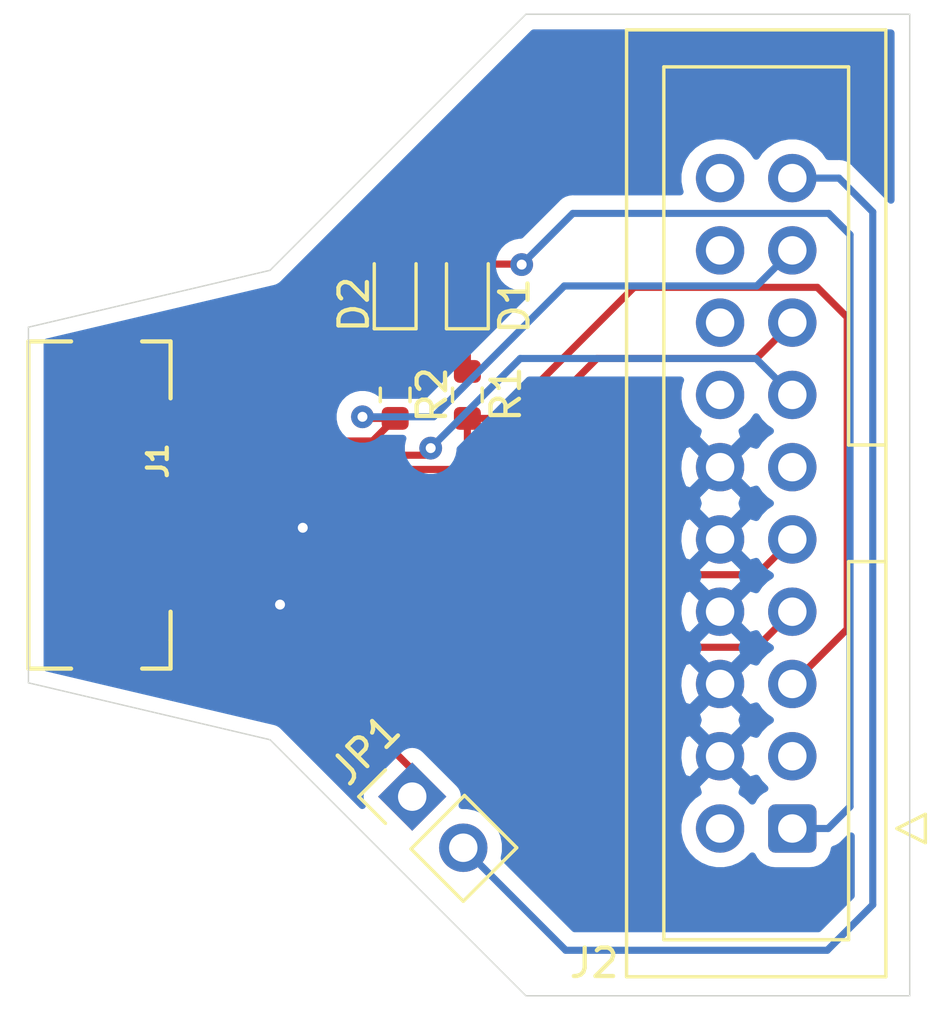
<source format=kicad_pcb>
(kicad_pcb (version 20171130) (host pcbnew "(5.1.10)-1")

  (general
    (thickness 0.2)
    (drawings 9)
    (tracks 75)
    (zones 0)
    (modules 7)
    (nets 13)
  )

  (page A4)
  (layers
    (0 F.Cu signal)
    (31 B.Cu signal)
    (32 B.Adhes user)
    (33 F.Adhes user)
    (34 B.Paste user)
    (35 F.Paste user)
    (36 B.SilkS user)
    (37 F.SilkS user)
    (38 B.Mask user)
    (39 F.Mask user)
    (40 Dwgs.User user)
    (41 Cmts.User user)
    (42 Eco1.User user)
    (43 Eco2.User user)
    (44 Edge.Cuts user)
    (45 Margin user)
    (46 B.CrtYd user hide)
    (47 F.CrtYd user hide)
    (48 B.Fab user hide)
    (49 F.Fab user hide)
  )

  (setup
    (last_trace_width 0.25)
    (user_trace_width 0.25)
    (user_trace_width 0.5)
    (trace_clearance 0.15)
    (zone_clearance 0.508)
    (zone_45_only no)
    (trace_min 0.1524)
    (via_size 0.8)
    (via_drill 0.35)
    (via_min_size 0.35)
    (via_min_drill 0.15)
    (uvia_size 0.25)
    (uvia_drill 0.1)
    (uvias_allowed no)
    (uvia_min_size 0.2)
    (uvia_min_drill 0.1)
    (edge_width 0.25)
    (segment_width 0.1)
    (pcb_text_width 0.2)
    (pcb_text_size 1 1)
    (mod_edge_width 0.15)
    (mod_text_size 0.5 0.5)
    (mod_text_width 0.1)
    (pad_size 1.524 1.524)
    (pad_drill 0.762)
    (pad_to_mask_clearance 0)
    (aux_axis_origin 0 0)
    (visible_elements FFFFFF7F)
    (pcbplotparams
      (layerselection 0x010fc_ffffffff)
      (usegerberextensions false)
      (usegerberattributes true)
      (usegerberadvancedattributes true)
      (creategerberjobfile true)
      (excludeedgelayer true)
      (linewidth 0.100000)
      (plotframeref false)
      (viasonmask false)
      (mode 1)
      (useauxorigin false)
      (hpglpennumber 1)
      (hpglpenspeed 20)
      (hpglpendiameter 15.000000)
      (psnegative false)
      (psa4output false)
      (plotreference true)
      (plotvalue true)
      (plotinvisibletext false)
      (padsonsilk false)
      (subtractmaskfromsilk false)
      (outputformat 1)
      (mirror false)
      (drillshape 0)
      (scaleselection 1)
      (outputdirectory "Gerbers/"))
  )

  (net 0 "")
  (net 1 VDD)
  (net 2 "Net-(D1-Pad1)")
  (net 3 "Net-(D2-Pad1)")
  (net 4 TXO)
  (net 5 SWO)
  (net 6 RXI)
  (net 7 RESET)
  (net 8 GND)
  (net 9 SWDCLK)
  (net 10 SWDIO)
  (net 11 +BATT)
  (net 12 +5V)

  (net_class Default "This is the default net class."
    (clearance 0.15)
    (trace_width 0.25)
    (via_dia 0.8)
    (via_drill 0.35)
    (uvia_dia 0.25)
    (uvia_drill 0.1)
    (add_net +5V)
    (add_net +BATT)
    (add_net GND)
    (add_net "Net-(D1-Pad1)")
    (add_net "Net-(D2-Pad1)")
    (add_net RESET)
    (add_net RXI)
    (add_net SWDCLK)
    (add_net SWDIO)
    (add_net SWO)
    (add_net TXO)
    (add_net VDD)
  )

  (net_class Antenna ""
    (clearance 0.15)
    (trace_width 0.5)
    (via_dia 0.5)
    (via_drill 0.15)
    (uvia_dia 0.25)
    (uvia_drill 0.1)
  )

  (module Pixels-dice:JUSHUO_FPC_14 (layer F.Cu) (tedit 60C41A75) (tstamp 60C45963)
    (at 133.25 101.1 270)
    (path /60C48710)
    (attr smd)
    (fp_text reference J1 (at -1.55 -0.4 90) (layer F.SilkS)
      (effects (font (size 0.7 0.7) (thickness 0.15)))
    )
    (fp_text value Conn_01x14_Female (at 2.5 -2 90) (layer F.Fab) hide
      (effects (font (size 0.7 0.7) (thickness 0.15)))
    )
    (fp_line (start 5.75 -0.85) (end 5.75 0.15) (layer F.SilkS) (width 0.15))
    (fp_line (start 4.75 -0.85) (end 5.75 -0.85) (layer F.SilkS) (width 0.15))
    (fp_line (start 3.75 -0.85) (end 4.75 -0.85) (layer F.SilkS) (width 0.15))
    (fp_line (start -5.75 -0.85) (end -5.75 0.15) (layer F.SilkS) (width 0.15))
    (fp_line (start -3.75 -0.85) (end -5.75 -0.85) (layer F.SilkS) (width 0.15))
    (fp_line (start 5.75 4.15) (end 5.75 2.65) (layer F.SilkS) (width 0.15))
    (fp_line (start -5.75 4.15) (end 5.75 4.15) (layer F.SilkS) (width 0.15))
    (fp_line (start -5.75 2.65) (end -5.75 4.15) (layer F.SilkS) (width 0.15))
    (pad 1 smd rect (at -3.25 -1.35 270) (size 0.3 1.3) (layers F.Cu F.Paste F.Mask)
      (net 1 VDD))
    (pad 2 smd rect (at -2.75 -1.35 270) (size 0.3 1.3) (layers F.Cu F.Paste F.Mask)
      (net 1 VDD))
    (pad 3 smd rect (at -2.25 -1.35 270) (size 0.3 1.3) (layers F.Cu F.Paste F.Mask)
      (net 4 TXO))
    (pad 4 smd rect (at -1.75 -1.35 270) (size 0.3 1.3) (layers F.Cu F.Paste F.Mask)
      (net 5 SWO))
    (pad 5 smd rect (at -1.25 -1.35 270) (size 0.3 1.3) (layers F.Cu F.Paste F.Mask)
      (net 6 RXI))
    (pad 6 smd rect (at -0.75 -1.35 270) (size 0.3 1.3) (layers F.Cu F.Paste F.Mask)
      (net 7 RESET))
    (pad 7 smd rect (at -0.25 -1.35 270) (size 0.3 1.3) (layers F.Cu F.Paste F.Mask)
      (net 8 GND))
    (pad 8 smd rect (at 0.25 -1.35 270) (size 0.3 1.3) (layers F.Cu F.Paste F.Mask)
      (net 8 GND))
    (pad 9 smd rect (at 0.75 -1.35 270) (size 0.3 1.3) (layers F.Cu F.Paste F.Mask)
      (net 9 SWDCLK))
    (pad 10 smd rect (at 1.25 -1.35 270) (size 0.3 1.3) (layers F.Cu F.Paste F.Mask)
      (net 10 SWDIO))
    (pad 11 smd rect (at 1.75 -1.35 270) (size 0.3 1.3) (layers F.Cu F.Paste F.Mask)
      (net 8 GND))
    (pad 12 smd rect (at 2.25 -1.35 270) (size 0.3 1.3) (layers F.Cu F.Paste F.Mask)
      (net 8 GND))
    (pad 13 smd rect (at 2.75 -1.35 270) (size 0.3 1.3) (layers F.Cu F.Paste F.Mask)
      (net 11 +BATT))
    (pad 14 smd rect (at 3.25 -1.35 270) (size 0.3 1.3) (layers F.Cu F.Paste F.Mask)
      (net 11 +BATT))
    (pad 15 smd rect (at -4.95 1.35 270) (size 2 1.6) (layers F.Cu F.Paste F.Mask))
    (pad 16 smd rect (at 4.95 1.35 270) (size 2 1.6) (layers F.Cu F.Paste F.Mask))
  )

  (module Connector_IDC:IDC-Header_2x10_P2.54mm_Vertical (layer F.Cu) (tedit 5EAC9A07) (tstamp 60C4598D)
    (at 155.97 112.47 180)
    (descr "Through hole IDC box header, 2x10, 2.54mm pitch, DIN 41651 / IEC 60603-13, double rows, https://docs.google.com/spreadsheets/d/16SsEcesNF15N3Lb4niX7dcUr-NY5_MFPQhobNuNppn4/edit#gid=0")
    (tags "Through hole vertical IDC box header THT 2x10 2.54mm double row")
    (path /60C58B1B)
    (fp_text reference J2 (at 6.97 -4.73) (layer F.SilkS)
      (effects (font (size 1 1) (thickness 0.15)))
    )
    (fp_text value Conn_02x10_Odd_Even (at 1.27 28.96) (layer F.Fab)
      (effects (font (size 1 1) (thickness 0.15)))
    )
    (fp_text user %R (at 1.27 11.43 90) (layer F.Fab)
      (effects (font (size 1 1) (thickness 0.15)))
    )
    (fp_line (start -3.18 -4.1) (end -2.18 -5.1) (layer F.Fab) (width 0.1))
    (fp_line (start -2.18 -5.1) (end 5.72 -5.1) (layer F.Fab) (width 0.1))
    (fp_line (start 5.72 -5.1) (end 5.72 27.96) (layer F.Fab) (width 0.1))
    (fp_line (start 5.72 27.96) (end -3.18 27.96) (layer F.Fab) (width 0.1))
    (fp_line (start -3.18 27.96) (end -3.18 -4.1) (layer F.Fab) (width 0.1))
    (fp_line (start -3.18 9.38) (end -1.98 9.38) (layer F.Fab) (width 0.1))
    (fp_line (start -1.98 9.38) (end -1.98 -3.91) (layer F.Fab) (width 0.1))
    (fp_line (start -1.98 -3.91) (end 4.52 -3.91) (layer F.Fab) (width 0.1))
    (fp_line (start 4.52 -3.91) (end 4.52 26.77) (layer F.Fab) (width 0.1))
    (fp_line (start 4.52 26.77) (end -1.98 26.77) (layer F.Fab) (width 0.1))
    (fp_line (start -1.98 26.77) (end -1.98 13.48) (layer F.Fab) (width 0.1))
    (fp_line (start -1.98 13.48) (end -1.98 13.48) (layer F.Fab) (width 0.1))
    (fp_line (start -1.98 13.48) (end -3.18 13.48) (layer F.Fab) (width 0.1))
    (fp_line (start -3.29 -5.21) (end 5.83 -5.21) (layer F.SilkS) (width 0.12))
    (fp_line (start 5.83 -5.21) (end 5.83 28.07) (layer F.SilkS) (width 0.12))
    (fp_line (start 5.83 28.07) (end -3.29 28.07) (layer F.SilkS) (width 0.12))
    (fp_line (start -3.29 28.07) (end -3.29 -5.21) (layer F.SilkS) (width 0.12))
    (fp_line (start -3.29 9.38) (end -1.98 9.38) (layer F.SilkS) (width 0.12))
    (fp_line (start -1.98 9.38) (end -1.98 -3.91) (layer F.SilkS) (width 0.12))
    (fp_line (start -1.98 -3.91) (end 4.52 -3.91) (layer F.SilkS) (width 0.12))
    (fp_line (start 4.52 -3.91) (end 4.52 26.77) (layer F.SilkS) (width 0.12))
    (fp_line (start 4.52 26.77) (end -1.98 26.77) (layer F.SilkS) (width 0.12))
    (fp_line (start -1.98 26.77) (end -1.98 13.48) (layer F.SilkS) (width 0.12))
    (fp_line (start -1.98 13.48) (end -1.98 13.48) (layer F.SilkS) (width 0.12))
    (fp_line (start -1.98 13.48) (end -3.29 13.48) (layer F.SilkS) (width 0.12))
    (fp_line (start -3.68 0) (end -4.68 -0.5) (layer F.SilkS) (width 0.12))
    (fp_line (start -4.68 -0.5) (end -4.68 0.5) (layer F.SilkS) (width 0.12))
    (fp_line (start -4.68 0.5) (end -3.68 0) (layer F.SilkS) (width 0.12))
    (fp_line (start -3.68 -5.6) (end -3.68 28.46) (layer F.CrtYd) (width 0.05))
    (fp_line (start -3.68 28.46) (end 6.22 28.46) (layer F.CrtYd) (width 0.05))
    (fp_line (start 6.22 28.46) (end 6.22 -5.6) (layer F.CrtYd) (width 0.05))
    (fp_line (start 6.22 -5.6) (end -3.68 -5.6) (layer F.CrtYd) (width 0.05))
    (pad 20 thru_hole circle (at 2.54 22.86 180) (size 1.7 1.7) (drill 1) (layers *.Cu *.Mask))
    (pad 18 thru_hole circle (at 2.54 20.32 180) (size 1.7 1.7) (drill 1) (layers *.Cu *.Mask))
    (pad 16 thru_hole circle (at 2.54 17.78 180) (size 1.7 1.7) (drill 1) (layers *.Cu *.Mask))
    (pad 14 thru_hole circle (at 2.54 15.24 180) (size 1.7 1.7) (drill 1) (layers *.Cu *.Mask))
    (pad 12 thru_hole circle (at 2.54 12.7 180) (size 1.7 1.7) (drill 1) (layers *.Cu *.Mask)
      (net 8 GND))
    (pad 10 thru_hole circle (at 2.54 10.16 180) (size 1.7 1.7) (drill 1) (layers *.Cu *.Mask)
      (net 8 GND))
    (pad 8 thru_hole circle (at 2.54 7.62 180) (size 1.7 1.7) (drill 1) (layers *.Cu *.Mask)
      (net 8 GND))
    (pad 6 thru_hole circle (at 2.54 5.08 180) (size 1.7 1.7) (drill 1) (layers *.Cu *.Mask)
      (net 8 GND))
    (pad 4 thru_hole circle (at 2.54 2.54 180) (size 1.7 1.7) (drill 1) (layers *.Cu *.Mask)
      (net 8 GND))
    (pad 2 thru_hole circle (at 2.54 0 180) (size 1.7 1.7) (drill 1) (layers *.Cu *.Mask))
    (pad 19 thru_hole circle (at 0 22.86 180) (size 1.7 1.7) (drill 1) (layers *.Cu *.Mask)
      (net 12 +5V))
    (pad 17 thru_hole circle (at 0 20.32 180) (size 1.7 1.7) (drill 1) (layers *.Cu *.Mask)
      (net 4 TXO))
    (pad 15 thru_hole circle (at 0 17.78 180) (size 1.7 1.7) (drill 1) (layers *.Cu *.Mask)
      (net 7 RESET))
    (pad 13 thru_hole circle (at 0 15.24 180) (size 1.7 1.7) (drill 1) (layers *.Cu *.Mask)
      (net 5 SWO))
    (pad 11 thru_hole circle (at 0 12.7 180) (size 1.7 1.7) (drill 1) (layers *.Cu *.Mask))
    (pad 9 thru_hole circle (at 0 10.16 180) (size 1.7 1.7) (drill 1) (layers *.Cu *.Mask)
      (net 9 SWDCLK))
    (pad 7 thru_hole circle (at 0 7.62 180) (size 1.7 1.7) (drill 1) (layers *.Cu *.Mask)
      (net 10 SWDIO))
    (pad 5 thru_hole circle (at 0 5.08 180) (size 1.7 1.7) (drill 1) (layers *.Cu *.Mask)
      (net 6 RXI))
    (pad 3 thru_hole circle (at 0 2.54 180) (size 1.7 1.7) (drill 1) (layers *.Cu *.Mask))
    (pad 1 thru_hole roundrect (at 0 0 180) (size 1.7 1.7) (drill 1) (layers *.Cu *.Mask) (roundrect_rratio 0.1470588235294118)
      (net 1 VDD))
    (model ${KISYS3DMOD}/Connector_IDC.3dshapes/IDC-Header_2x10_P2.54mm_Vertical.wrl
      (at (xyz 0 0 0))
      (scale (xyz 1 1 1))
      (rotate (xyz 0 0 0))
    )
  )

  (module Resistor_SMD:R_0603_1608Metric (layer F.Cu) (tedit 5F68FEEE) (tstamp 60C459C5)
    (at 142 97.23 270)
    (descr "Resistor SMD 0603 (1608 Metric), square (rectangular) end terminal, IPC_7351 nominal, (Body size source: IPC-SM-782 page 72, https://www.pcb-3d.com/wordpress/wp-content/uploads/ipc-sm-782a_amendment_1_and_2.pdf), generated with kicad-footprint-generator")
    (tags resistor)
    (path /60C55148)
    (attr smd)
    (fp_text reference R2 (at 0 -1.3 90) (layer F.SilkS)
      (effects (font (size 1 1) (thickness 0.15)))
    )
    (fp_text value 100 (at 0 1.43 90) (layer F.Fab)
      (effects (font (size 1 1) (thickness 0.15)))
    )
    (fp_text user %R (at 0 0 90) (layer F.Fab)
      (effects (font (size 0.4 0.4) (thickness 0.06)))
    )
    (fp_line (start -0.8 0.4125) (end -0.8 -0.4125) (layer F.Fab) (width 0.1))
    (fp_line (start -0.8 -0.4125) (end 0.8 -0.4125) (layer F.Fab) (width 0.1))
    (fp_line (start 0.8 -0.4125) (end 0.8 0.4125) (layer F.Fab) (width 0.1))
    (fp_line (start 0.8 0.4125) (end -0.8 0.4125) (layer F.Fab) (width 0.1))
    (fp_line (start -0.237258 -0.5225) (end 0.237258 -0.5225) (layer F.SilkS) (width 0.12))
    (fp_line (start -0.237258 0.5225) (end 0.237258 0.5225) (layer F.SilkS) (width 0.12))
    (fp_line (start -1.48 0.73) (end -1.48 -0.73) (layer F.CrtYd) (width 0.05))
    (fp_line (start -1.48 -0.73) (end 1.48 -0.73) (layer F.CrtYd) (width 0.05))
    (fp_line (start 1.48 -0.73) (end 1.48 0.73) (layer F.CrtYd) (width 0.05))
    (fp_line (start 1.48 0.73) (end -1.48 0.73) (layer F.CrtYd) (width 0.05))
    (pad 2 smd roundrect (at 0.825 0 270) (size 0.8 0.95) (layers F.Cu F.Paste F.Mask) (roundrect_rratio 0.25)
      (net 4 TXO))
    (pad 1 smd roundrect (at -0.825 0 270) (size 0.8 0.95) (layers F.Cu F.Paste F.Mask) (roundrect_rratio 0.25)
      (net 3 "Net-(D2-Pad1)"))
    (model ${KISYS3DMOD}/Resistor_SMD.3dshapes/R_0603_1608Metric.wrl
      (at (xyz 0 0 0))
      (scale (xyz 1 1 1))
      (rotate (xyz 0 0 0))
    )
  )

  (module Resistor_SMD:R_0603_1608Metric (layer F.Cu) (tedit 5F68FEEE) (tstamp 60C459B4)
    (at 144.54 97.23 270)
    (descr "Resistor SMD 0603 (1608 Metric), square (rectangular) end terminal, IPC_7351 nominal, (Body size source: IPC-SM-782 page 72, https://www.pcb-3d.com/wordpress/wp-content/uploads/ipc-sm-782a_amendment_1_and_2.pdf), generated with kicad-footprint-generator")
    (tags resistor)
    (path /60C54AFA)
    (attr smd)
    (fp_text reference R1 (at -0.03 -1.36 90) (layer F.SilkS)
      (effects (font (size 1 1) (thickness 0.15)))
    )
    (fp_text value 100 (at 0 1.43 90) (layer F.Fab)
      (effects (font (size 1 1) (thickness 0.15)))
    )
    (fp_text user %R (at 0 0 90) (layer F.Fab)
      (effects (font (size 0.4 0.4) (thickness 0.06)))
    )
    (fp_line (start -0.8 0.4125) (end -0.8 -0.4125) (layer F.Fab) (width 0.1))
    (fp_line (start -0.8 -0.4125) (end 0.8 -0.4125) (layer F.Fab) (width 0.1))
    (fp_line (start 0.8 -0.4125) (end 0.8 0.4125) (layer F.Fab) (width 0.1))
    (fp_line (start 0.8 0.4125) (end -0.8 0.4125) (layer F.Fab) (width 0.1))
    (fp_line (start -0.237258 -0.5225) (end 0.237258 -0.5225) (layer F.SilkS) (width 0.12))
    (fp_line (start -0.237258 0.5225) (end 0.237258 0.5225) (layer F.SilkS) (width 0.12))
    (fp_line (start -1.48 0.73) (end -1.48 -0.73) (layer F.CrtYd) (width 0.05))
    (fp_line (start -1.48 -0.73) (end 1.48 -0.73) (layer F.CrtYd) (width 0.05))
    (fp_line (start 1.48 -0.73) (end 1.48 0.73) (layer F.CrtYd) (width 0.05))
    (fp_line (start 1.48 0.73) (end -1.48 0.73) (layer F.CrtYd) (width 0.05))
    (pad 2 smd roundrect (at 0.825 0 270) (size 0.8 0.95) (layers F.Cu F.Paste F.Mask) (roundrect_rratio 0.25)
      (net 6 RXI))
    (pad 1 smd roundrect (at -0.825 0 270) (size 0.8 0.95) (layers F.Cu F.Paste F.Mask) (roundrect_rratio 0.25)
      (net 2 "Net-(D1-Pad1)"))
    (model ${KISYS3DMOD}/Resistor_SMD.3dshapes/R_0603_1608Metric.wrl
      (at (xyz 0 0 0))
      (scale (xyz 1 1 1))
      (rotate (xyz 0 0 0))
    )
  )

  (module Connector_PinHeader_2.54mm:PinHeader_1x02_P2.54mm_Vertical (layer F.Cu) (tedit 59FED5CC) (tstamp 60C45DFE)
    (at 142.6 111.35 45)
    (descr "Through hole straight pin header, 1x02, 2.54mm pitch, single row")
    (tags "Through hole pin header THT 1x02 2.54mm single row")
    (path /60C79A3D)
    (fp_text reference JP1 (at 0 -2.33 45) (layer F.SilkS)
      (effects (font (size 1 1) (thickness 0.15)))
    )
    (fp_text value Jumper (at 0 4.87 45) (layer F.Fab)
      (effects (font (size 1 1) (thickness 0.15)))
    )
    (fp_text user %R (at 0 1.27 135) (layer F.Fab)
      (effects (font (size 1 1) (thickness 0.15)))
    )
    (fp_line (start -0.635 -1.27) (end 1.27 -1.27) (layer F.Fab) (width 0.1))
    (fp_line (start 1.27 -1.27) (end 1.27 3.81) (layer F.Fab) (width 0.1))
    (fp_line (start 1.27 3.81) (end -1.27 3.81) (layer F.Fab) (width 0.1))
    (fp_line (start -1.27 3.81) (end -1.27 -0.635) (layer F.Fab) (width 0.1))
    (fp_line (start -1.27 -0.635) (end -0.635 -1.27) (layer F.Fab) (width 0.1))
    (fp_line (start -1.33 3.87) (end 1.33 3.87) (layer F.SilkS) (width 0.12))
    (fp_line (start -1.33 1.27) (end -1.33 3.87) (layer F.SilkS) (width 0.12))
    (fp_line (start 1.33 1.27) (end 1.33 3.87) (layer F.SilkS) (width 0.12))
    (fp_line (start -1.33 1.27) (end 1.33 1.27) (layer F.SilkS) (width 0.12))
    (fp_line (start -1.33 0) (end -1.33 -1.33) (layer F.SilkS) (width 0.12))
    (fp_line (start -1.33 -1.33) (end 0 -1.33) (layer F.SilkS) (width 0.12))
    (fp_line (start -1.8 -1.8) (end -1.8 4.35) (layer F.CrtYd) (width 0.05))
    (fp_line (start -1.8 4.35) (end 1.8 4.35) (layer F.CrtYd) (width 0.05))
    (fp_line (start 1.8 4.35) (end 1.8 -1.8) (layer F.CrtYd) (width 0.05))
    (fp_line (start 1.8 -1.8) (end -1.8 -1.8) (layer F.CrtYd) (width 0.05))
    (pad 2 thru_hole oval (at 0 2.54 45) (size 1.7 1.7) (drill 1) (layers *.Cu *.Mask)
      (net 12 +5V))
    (pad 1 thru_hole rect (at 0 0 45) (size 1.7 1.7) (drill 1) (layers *.Cu *.Mask)
      (net 11 +BATT))
    (model ${KISYS3DMOD}/Connector_PinHeader_2.54mm.3dshapes/PinHeader_1x02_P2.54mm_Vertical.wrl
      (at (xyz 0 0 0))
      (scale (xyz 1 1 1))
      (rotate (xyz 0 0 0))
    )
  )

  (module Diode_SMD:D_0603_1608Metric (layer F.Cu) (tedit 5F68FEF0) (tstamp 60C45947)
    (at 142 93.42 90)
    (descr "Diode SMD 0603 (1608 Metric), square (rectangular) end terminal, IPC_7351 nominal, (Body size source: http://www.tortai-tech.com/upload/download/2011102023233369053.pdf), generated with kicad-footprint-generator")
    (tags diode)
    (path /60C54117)
    (attr smd)
    (fp_text reference D2 (at -0.63 -1.45 90) (layer F.SilkS)
      (effects (font (size 1 1) (thickness 0.15)))
    )
    (fp_text value LED (at 0 1.43 90) (layer F.Fab)
      (effects (font (size 1 1) (thickness 0.15)))
    )
    (fp_text user %R (at 0 0 90) (layer F.Fab)
      (effects (font (size 0.4 0.4) (thickness 0.06)))
    )
    (fp_line (start 0.8 -0.4) (end -0.5 -0.4) (layer F.Fab) (width 0.1))
    (fp_line (start -0.5 -0.4) (end -0.8 -0.1) (layer F.Fab) (width 0.1))
    (fp_line (start -0.8 -0.1) (end -0.8 0.4) (layer F.Fab) (width 0.1))
    (fp_line (start -0.8 0.4) (end 0.8 0.4) (layer F.Fab) (width 0.1))
    (fp_line (start 0.8 0.4) (end 0.8 -0.4) (layer F.Fab) (width 0.1))
    (fp_line (start 0.8 -0.735) (end -1.485 -0.735) (layer F.SilkS) (width 0.12))
    (fp_line (start -1.485 -0.735) (end -1.485 0.735) (layer F.SilkS) (width 0.12))
    (fp_line (start -1.485 0.735) (end 0.8 0.735) (layer F.SilkS) (width 0.12))
    (fp_line (start -1.48 0.73) (end -1.48 -0.73) (layer F.CrtYd) (width 0.05))
    (fp_line (start -1.48 -0.73) (end 1.48 -0.73) (layer F.CrtYd) (width 0.05))
    (fp_line (start 1.48 -0.73) (end 1.48 0.73) (layer F.CrtYd) (width 0.05))
    (fp_line (start 1.48 0.73) (end -1.48 0.73) (layer F.CrtYd) (width 0.05))
    (pad 2 smd roundrect (at 0.7875 0 90) (size 0.875 0.95) (layers F.Cu F.Paste F.Mask) (roundrect_rratio 0.25)
      (net 1 VDD))
    (pad 1 smd roundrect (at -0.7875 0 90) (size 0.875 0.95) (layers F.Cu F.Paste F.Mask) (roundrect_rratio 0.25)
      (net 3 "Net-(D2-Pad1)"))
    (model ${KISYS3DMOD}/Diode_SMD.3dshapes/D_0603_1608Metric.wrl
      (at (xyz 0 0 0))
      (scale (xyz 1 1 1))
      (rotate (xyz 0 0 0))
    )
  )

  (module Diode_SMD:D_0603_1608Metric (layer F.Cu) (tedit 5F68FEF0) (tstamp 60C45934)
    (at 144.54 93.42 90)
    (descr "Diode SMD 0603 (1608 Metric), square (rectangular) end terminal, IPC_7351 nominal, (Body size source: http://www.tortai-tech.com/upload/download/2011102023233369053.pdf), generated with kicad-footprint-generator")
    (tags diode)
    (path /60C53E7E)
    (attr smd)
    (fp_text reference D1 (at -0.68 1.66 90) (layer F.SilkS)
      (effects (font (size 1 1) (thickness 0.15)))
    )
    (fp_text value LED (at 0 1.43 90) (layer F.Fab)
      (effects (font (size 1 1) (thickness 0.15)))
    )
    (fp_text user %R (at 0 0 90) (layer F.Fab)
      (effects (font (size 0.4 0.4) (thickness 0.06)))
    )
    (fp_line (start 0.8 -0.4) (end -0.5 -0.4) (layer F.Fab) (width 0.1))
    (fp_line (start -0.5 -0.4) (end -0.8 -0.1) (layer F.Fab) (width 0.1))
    (fp_line (start -0.8 -0.1) (end -0.8 0.4) (layer F.Fab) (width 0.1))
    (fp_line (start -0.8 0.4) (end 0.8 0.4) (layer F.Fab) (width 0.1))
    (fp_line (start 0.8 0.4) (end 0.8 -0.4) (layer F.Fab) (width 0.1))
    (fp_line (start 0.8 -0.735) (end -1.485 -0.735) (layer F.SilkS) (width 0.12))
    (fp_line (start -1.485 -0.735) (end -1.485 0.735) (layer F.SilkS) (width 0.12))
    (fp_line (start -1.485 0.735) (end 0.8 0.735) (layer F.SilkS) (width 0.12))
    (fp_line (start -1.48 0.73) (end -1.48 -0.73) (layer F.CrtYd) (width 0.05))
    (fp_line (start -1.48 -0.73) (end 1.48 -0.73) (layer F.CrtYd) (width 0.05))
    (fp_line (start 1.48 -0.73) (end 1.48 0.73) (layer F.CrtYd) (width 0.05))
    (fp_line (start 1.48 0.73) (end -1.48 0.73) (layer F.CrtYd) (width 0.05))
    (pad 2 smd roundrect (at 0.7875 0 90) (size 0.875 0.95) (layers F.Cu F.Paste F.Mask) (roundrect_rratio 0.25)
      (net 1 VDD))
    (pad 1 smd roundrect (at -0.7875 0 90) (size 0.875 0.95) (layers F.Cu F.Paste F.Mask) (roundrect_rratio 0.25)
      (net 2 "Net-(D1-Pad1)"))
    (model ${KISYS3DMOD}/Diode_SMD.3dshapes/D_0603_1608Metric.wrl
      (at (xyz 0 0 0))
      (scale (xyz 1 1 1))
      (rotate (xyz 0 0 0))
    )
  )

  (gr_line (start 146.6 118.35) (end 160.1 118.35) (layer Edge.Cuts) (width 0.05) (tstamp 60C46B29))
  (gr_line (start 137.6 109.35) (end 146.6 118.35) (layer Edge.Cuts) (width 0.05))
  (gr_line (start 146.6 83.85) (end 160.1 83.85) (layer Edge.Cuts) (width 0.05) (tstamp 60C46B28))
  (gr_line (start 137.6 92.85) (end 146.6 83.85) (layer Edge.Cuts) (width 0.05))
  (gr_line (start 129.1 107.35) (end 137.6 109.35) (layer Edge.Cuts) (width 0.05) (tstamp 60C46B27))
  (gr_line (start 129.1 96.35) (end 129.1 107.35) (layer Edge.Cuts) (width 0.05))
  (gr_line (start 129.1 96.35) (end 129.1 94.85) (layer Edge.Cuts) (width 0.05))
  (gr_line (start 129.1 94.85) (end 137.6 92.85) (layer Edge.Cuts) (width 0.05))
  (gr_line (start 160.1 118.35) (end 160.1 83.85) (layer Edge.Cuts) (width 0.05))

  (segment (start 134.6 97.85) (end 136.2 97.85) (width 0.25) (layer F.Cu) (net 1))
  (segment (start 141.4175 92.6325) (end 142 92.6325) (width 0.25) (layer F.Cu) (net 1))
  (segment (start 136.2 97.85) (end 141.4175 92.6325) (width 0.25) (layer F.Cu) (net 1))
  (segment (start 142 92.6325) (end 144.54 92.6325) (width 0.25) (layer F.Cu) (net 1))
  (segment (start 135.7 98.35) (end 136.2 97.85) (width 0.25) (layer F.Cu) (net 1))
  (segment (start 134.6 98.35) (end 135.7 98.35) (width 0.25) (layer F.Cu) (net 1))
  (segment (start 155.97 112.47) (end 157.23 112.47) (width 0.25) (layer B.Cu) (net 1))
  (segment (start 157.23 112.47) (end 158 111.7) (width 0.25) (layer B.Cu) (net 1))
  (segment (start 158 111.7) (end 158 91.6) (width 0.25) (layer B.Cu) (net 1))
  (segment (start 158 91.6) (end 157.25 90.85) (width 0.25) (layer B.Cu) (net 1))
  (via (at 146.45 92.65) (size 0.8) (drill 0.35) (layers F.Cu B.Cu) (net 1))
  (segment (start 148.25 90.85) (end 146.45 92.65) (width 0.25) (layer B.Cu) (net 1))
  (segment (start 157.25 90.85) (end 148.25 90.85) (width 0.25) (layer B.Cu) (net 1))
  (segment (start 146.4325 92.6325) (end 146.45 92.65) (width 0.25) (layer F.Cu) (net 1))
  (segment (start 144.54 92.6325) (end 146.4325 92.6325) (width 0.25) (layer F.Cu) (net 1))
  (segment (start 144.54 94.2075) (end 144.54 96.405) (width 0.25) (layer F.Cu) (net 2))
  (segment (start 142 94.2075) (end 142 96.405) (width 0.25) (layer F.Cu) (net 3))
  (segment (start 141.205 98.85) (end 142 98.055) (width 0.25) (layer F.Cu) (net 4))
  (segment (start 134.6 98.85) (end 141.205 98.85) (width 0.25) (layer F.Cu) (net 4))
  (via (at 140.85 98) (size 0.8) (drill 0.35) (layers F.Cu B.Cu) (net 4))
  (segment (start 140.905 98.055) (end 142 98.055) (width 0.25) (layer F.Cu) (net 4))
  (segment (start 140.85 98) (end 140.905 98.055) (width 0.25) (layer F.Cu) (net 4))
  (segment (start 154.72 93.4) (end 155.97 92.15) (width 0.25) (layer B.Cu) (net 4))
  (segment (start 147.95 93.4) (end 154.72 93.4) (width 0.25) (layer B.Cu) (net 4))
  (segment (start 143.35 98) (end 147.95 93.4) (width 0.25) (layer B.Cu) (net 4))
  (segment (start 140.85 98) (end 143.35 98) (width 0.25) (layer B.Cu) (net 4))
  (segment (start 143.15 99.35) (end 134.6 99.35) (width 0.25) (layer F.Cu) (net 5))
  (segment (start 143.3 99.35) (end 143.15 99.35) (width 0.25) (layer F.Cu) (net 5))
  (segment (start 143.25 98.95) (end 143.3 99.35) (width 0.25) (layer F.Cu) (net 5))
  (via (at 143.25 99.1) (size 0.8) (drill 0.35) (layers F.Cu B.Cu) (net 5))
  (segment (start 154.69 95.95) (end 155.97 97.23) (width 0.25) (layer B.Cu) (net 5))
  (segment (start 146.4 95.95) (end 154.69 95.95) (width 0.25) (layer B.Cu) (net 5))
  (segment (start 143.25 99.1) (end 146.4 95.95) (width 0.25) (layer B.Cu) (net 5))
  (segment (start 134.6 99.85) (end 144.1 99.85) (width 0.25) (layer F.Cu) (net 6))
  (segment (start 144.54 99.41) (end 144.1 99.85) (width 0.25) (layer F.Cu) (net 6))
  (segment (start 144.54 98.055) (end 144.54 99.41) (width 0.25) (layer F.Cu) (net 6))
  (segment (start 144.54 98.055) (end 145.795 98.055) (width 0.25) (layer F.Cu) (net 6))
  (segment (start 145.795 98.055) (end 150.4 93.45) (width 0.25) (layer F.Cu) (net 6))
  (segment (start 150.4 93.45) (end 156.85 93.45) (width 0.25) (layer F.Cu) (net 6))
  (segment (start 156.85 93.45) (end 157.9 94.5) (width 0.25) (layer F.Cu) (net 6))
  (segment (start 157.9 105.46) (end 155.97 107.39) (width 0.25) (layer F.Cu) (net 6))
  (segment (start 157.9 94.5) (end 157.9 105.46) (width 0.25) (layer F.Cu) (net 6))
  (segment (start 134.6 100.35) (end 144.7 100.35) (width 0.25) (layer F.Cu) (net 7))
  (segment (start 144.7 100.35) (end 149.1 95.95) (width 0.25) (layer F.Cu) (net 7))
  (segment (start 154.71 95.95) (end 155.97 94.69) (width 0.25) (layer F.Cu) (net 7))
  (segment (start 149.1 95.95) (end 154.71 95.95) (width 0.25) (layer F.Cu) (net 7))
  (segment (start 134.6 103.35) (end 136.7 103.35) (width 0.25) (layer F.Cu) (net 8))
  (via (at 137.95 104.6) (size 0.8) (drill 0.35) (layers F.Cu B.Cu) (net 8))
  (segment (start 136.7 103.35) (end 137.95 104.6) (width 0.25) (layer F.Cu) (net 8))
  (segment (start 136.2 102.85) (end 136.7 103.35) (width 0.25) (layer F.Cu) (net 8))
  (segment (start 134.6 102.85) (end 136.2 102.85) (width 0.25) (layer F.Cu) (net 8))
  (via (at 138.75 101.9) (size 0.8) (drill 0.35) (layers F.Cu B.Cu) (net 8))
  (segment (start 138.2 101.35) (end 138.75 101.9) (width 0.25) (layer F.Cu) (net 8))
  (segment (start 134.6 101.35) (end 138.2 101.35) (width 0.25) (layer F.Cu) (net 8))
  (segment (start 137.7 100.85) (end 138.2 101.35) (width 0.25) (layer F.Cu) (net 8))
  (segment (start 134.6 100.85) (end 137.7 100.85) (width 0.25) (layer F.Cu) (net 8))
  (segment (start 134.6 101.85) (end 137.35 101.85) (width 0.25) (layer F.Cu) (net 9))
  (segment (start 137.35 101.85) (end 139.05 103.55) (width 0.25) (layer F.Cu) (net 9))
  (segment (start 154.73 103.55) (end 155.97 102.31) (width 0.25) (layer F.Cu) (net 9))
  (segment (start 139.05 103.55) (end 154.73 103.55) (width 0.25) (layer F.Cu) (net 9))
  (segment (start 134.6 102.35) (end 136.9 102.35) (width 0.25) (layer F.Cu) (net 10))
  (segment (start 136.9 102.35) (end 140.65 106.1) (width 0.25) (layer F.Cu) (net 10))
  (segment (start 154.72 106.1) (end 155.97 104.85) (width 0.25) (layer F.Cu) (net 10))
  (segment (start 140.65 106.1) (end 154.72 106.1) (width 0.25) (layer F.Cu) (net 10))
  (segment (start 134.6 104.35) (end 136.55 104.35) (width 0.25) (layer F.Cu) (net 11))
  (segment (start 142.6 110.4) (end 142.6 111.35) (width 0.25) (layer F.Cu) (net 11))
  (segment (start 136.55 104.35) (end 142.6 110.4) (width 0.25) (layer F.Cu) (net 11))
  (segment (start 136.05 103.85) (end 136.55 104.35) (width 0.25) (layer F.Cu) (net 11))
  (segment (start 134.6 103.85) (end 136.05 103.85) (width 0.25) (layer F.Cu) (net 11))
  (segment (start 155.97 89.61) (end 157.61 89.61) (width 0.25) (layer B.Cu) (net 12))
  (segment (start 157.61 89.61) (end 158.8 90.8) (width 0.25) (layer B.Cu) (net 12))
  (segment (start 158.8 90.8) (end 158.8 115.15) (width 0.25) (layer B.Cu) (net 12))
  (segment (start 158.8 115.15) (end 157.2 116.75) (width 0.25) (layer B.Cu) (net 12))
  (segment (start 148 116.75) (end 157.2 116.75) (width 0.25) (layer B.Cu) (net 12))
  (segment (start 144.396051 113.146051) (end 148 116.75) (width 0.25) (layer B.Cu) (net 12))

  (zone (net 8) (net_name GND) (layer B.Cu) (tstamp 60C472D6) (hatch edge 0.508)
    (connect_pads (clearance 0.508))
    (min_thickness 0.254)
    (fill yes (arc_segments 32) (thermal_gap 0.508) (thermal_bridge_width 0.508))
    (polygon
      (pts
        (xy 161.1 119.35) (xy 146.1 119.35) (xy 137.1 110.35) (xy 128.1 108.35) (xy 128.1 94.35)
        (xy 137.1 92.35) (xy 146.1 83.35) (xy 161.1 83.35)
      )
    )
    (filled_polygon
      (pts
        (xy 159.440001 90.385127) (xy 159.434974 90.375723) (xy 159.363799 90.288997) (xy 159.340001 90.259999) (xy 159.311004 90.236202)
        (xy 158.173804 89.099003) (xy 158.150001 89.069999) (xy 158.034276 88.975026) (xy 157.902247 88.904454) (xy 157.758986 88.860997)
        (xy 157.647333 88.85) (xy 157.647322 88.85) (xy 157.61 88.846324) (xy 157.572678 88.85) (xy 157.248178 88.85)
        (xy 157.123475 88.663368) (xy 156.916632 88.456525) (xy 156.673411 88.29401) (xy 156.403158 88.182068) (xy 156.11626 88.125)
        (xy 155.82374 88.125) (xy 155.536842 88.182068) (xy 155.266589 88.29401) (xy 155.023368 88.456525) (xy 154.816525 88.663368)
        (xy 154.7 88.83776) (xy 154.583475 88.663368) (xy 154.376632 88.456525) (xy 154.133411 88.29401) (xy 153.863158 88.182068)
        (xy 153.57626 88.125) (xy 153.28374 88.125) (xy 152.996842 88.182068) (xy 152.726589 88.29401) (xy 152.483368 88.456525)
        (xy 152.276525 88.663368) (xy 152.11401 88.906589) (xy 152.002068 89.176842) (xy 151.945 89.46374) (xy 151.945 89.75626)
        (xy 152.002068 90.043158) (xy 152.021471 90.09) (xy 148.287322 90.09) (xy 148.249999 90.086324) (xy 148.212676 90.09)
        (xy 148.212667 90.09) (xy 148.101014 90.100997) (xy 147.957753 90.144454) (xy 147.825724 90.215026) (xy 147.825722 90.215027)
        (xy 147.825723 90.215027) (xy 147.738996 90.286201) (xy 147.738992 90.286205) (xy 147.709999 90.309999) (xy 147.686205 90.338992)
        (xy 146.410198 91.615) (xy 146.348061 91.615) (xy 146.148102 91.654774) (xy 145.959744 91.732795) (xy 145.790226 91.846063)
        (xy 145.646063 91.990226) (xy 145.532795 92.159744) (xy 145.454774 92.348102) (xy 145.415 92.548061) (xy 145.415 92.751939)
        (xy 145.454774 92.951898) (xy 145.532795 93.140256) (xy 145.646063 93.309774) (xy 145.790226 93.453937) (xy 145.959744 93.567205)
        (xy 146.148102 93.645226) (xy 146.348061 93.685) (xy 146.551939 93.685) (xy 146.599697 93.6755) (xy 143.035199 97.24)
        (xy 141.553711 97.24) (xy 141.509774 97.196063) (xy 141.340256 97.082795) (xy 141.151898 97.004774) (xy 140.951939 96.965)
        (xy 140.748061 96.965) (xy 140.548102 97.004774) (xy 140.359744 97.082795) (xy 140.190226 97.196063) (xy 140.046063 97.340226)
        (xy 139.932795 97.509744) (xy 139.854774 97.698102) (xy 139.815 97.898061) (xy 139.815 98.101939) (xy 139.854774 98.301898)
        (xy 139.932795 98.490256) (xy 140.046063 98.659774) (xy 140.190226 98.803937) (xy 140.359744 98.917205) (xy 140.548102 98.995226)
        (xy 140.748061 99.035) (xy 140.951939 99.035) (xy 141.151898 98.995226) (xy 141.340256 98.917205) (xy 141.509774 98.803937)
        (xy 141.553711 98.76) (xy 142.270556 98.76) (xy 142.254774 98.798102) (xy 142.215 98.998061) (xy 142.215 99.201939)
        (xy 142.254774 99.401898) (xy 142.332795 99.590256) (xy 142.446063 99.759774) (xy 142.590226 99.903937) (xy 142.759744 100.017205)
        (xy 142.948102 100.095226) (xy 143.148061 100.135) (xy 143.351939 100.135) (xy 143.551898 100.095226) (xy 143.740256 100.017205)
        (xy 143.909774 99.903937) (xy 143.97518 99.838531) (xy 151.939389 99.838531) (xy 151.981401 100.128019) (xy 152.079081 100.403747)
        (xy 152.152528 100.541157) (xy 152.401603 100.618792) (xy 153.250395 99.77) (xy 152.401603 98.921208) (xy 152.152528 98.998843)
        (xy 152.026629 99.262883) (xy 151.954661 99.546411) (xy 151.939389 99.838531) (xy 143.97518 99.838531) (xy 144.053937 99.759774)
        (xy 144.167205 99.590256) (xy 144.245226 99.401898) (xy 144.285 99.201939) (xy 144.285 99.139801) (xy 146.714802 96.71)
        (xy 152.038039 96.71) (xy 152.002068 96.796842) (xy 151.945 97.08374) (xy 151.945 97.37626) (xy 152.002068 97.663158)
        (xy 152.11401 97.933411) (xy 152.276525 98.176632) (xy 152.483368 98.383475) (xy 152.656729 98.499311) (xy 152.581208 98.741603)
        (xy 153.43 99.590395) (xy 154.278792 98.741603) (xy 154.203271 98.499311) (xy 154.376632 98.383475) (xy 154.583475 98.176632)
        (xy 154.7 98.00224) (xy 154.816525 98.176632) (xy 155.023368 98.383475) (xy 155.19776 98.5) (xy 155.023368 98.616525)
        (xy 154.816525 98.823368) (xy 154.700689 98.996729) (xy 154.458397 98.921208) (xy 153.609605 99.77) (xy 154.458397 100.618792)
        (xy 154.700689 100.543271) (xy 154.816525 100.716632) (xy 155.023368 100.923475) (xy 155.19776 101.04) (xy 155.023368 101.156525)
        (xy 154.816525 101.363368) (xy 154.700689 101.536729) (xy 154.458397 101.461208) (xy 153.609605 102.31) (xy 154.458397 103.158792)
        (xy 154.700689 103.083271) (xy 154.816525 103.256632) (xy 155.023368 103.463475) (xy 155.19776 103.58) (xy 155.023368 103.696525)
        (xy 154.816525 103.903368) (xy 154.700689 104.076729) (xy 154.458397 104.001208) (xy 153.609605 104.85) (xy 154.458397 105.698792)
        (xy 154.700689 105.623271) (xy 154.816525 105.796632) (xy 155.023368 106.003475) (xy 155.19776 106.12) (xy 155.023368 106.236525)
        (xy 154.816525 106.443368) (xy 154.700689 106.616729) (xy 154.458397 106.541208) (xy 153.609605 107.39) (xy 154.458397 108.238792)
        (xy 154.700689 108.163271) (xy 154.816525 108.336632) (xy 155.023368 108.543475) (xy 155.19776 108.66) (xy 155.023368 108.776525)
        (xy 154.816525 108.983368) (xy 154.700689 109.156729) (xy 154.458397 109.081208) (xy 153.609605 109.93) (xy 154.458397 110.778792)
        (xy 154.700689 110.703271) (xy 154.816525 110.876632) (xy 155.003608 111.063715) (xy 154.876614 111.131595) (xy 154.742038 111.242038)
        (xy 154.631595 111.376614) (xy 154.563715 111.503608) (xy 154.376632 111.316525) (xy 154.203271 111.200689) (xy 154.278792 110.958397)
        (xy 153.43 110.109605) (xy 152.581208 110.958397) (xy 152.656729 111.200689) (xy 152.483368 111.316525) (xy 152.276525 111.523368)
        (xy 152.11401 111.766589) (xy 152.002068 112.036842) (xy 151.945 112.32374) (xy 151.945 112.61626) (xy 152.002068 112.903158)
        (xy 152.11401 113.173411) (xy 152.276525 113.416632) (xy 152.483368 113.623475) (xy 152.726589 113.78599) (xy 152.996842 113.897932)
        (xy 153.28374 113.955) (xy 153.57626 113.955) (xy 153.863158 113.897932) (xy 154.133411 113.78599) (xy 154.376632 113.623475)
        (xy 154.563715 113.436392) (xy 154.631595 113.563386) (xy 154.742038 113.697962) (xy 154.876614 113.808405) (xy 155.03015 113.890472)
        (xy 155.196746 113.941008) (xy 155.37 113.958072) (xy 156.57 113.958072) (xy 156.743254 113.941008) (xy 156.90985 113.890472)
        (xy 157.063386 113.808405) (xy 157.197962 113.697962) (xy 157.308405 113.563386) (xy 157.390472 113.40985) (xy 157.441008 113.243254)
        (xy 157.44538 113.198863) (xy 157.522247 113.175546) (xy 157.654276 113.104974) (xy 157.770001 113.010001) (xy 157.793803 112.980998)
        (xy 158.040001 112.734801) (xy 158.040001 114.835197) (xy 156.885199 115.99) (xy 148.314802 115.99) (xy 145.83726 113.512459)
        (xy 145.881051 113.292311) (xy 145.881051 112.999791) (xy 145.823983 112.712893) (xy 145.712041 112.44264) (xy 145.549526 112.199419)
        (xy 145.342683 111.992576) (xy 145.099462 111.830061) (xy 144.829209 111.718119) (xy 144.542311 111.661051) (xy 144.35584 111.661051)
        (xy 144.391584 111.59418) (xy 144.427894 111.474482) (xy 144.440154 111.35) (xy 144.427894 111.225518) (xy 144.391584 111.10582)
        (xy 144.332619 110.995506) (xy 144.253267 110.898815) (xy 143.352983 109.998531) (xy 151.939389 109.998531) (xy 151.981401 110.288019)
        (xy 152.079081 110.563747) (xy 152.152528 110.701157) (xy 152.401603 110.778792) (xy 153.250395 109.93) (xy 152.401603 109.081208)
        (xy 152.152528 109.158843) (xy 152.026629 109.422883) (xy 151.954661 109.706411) (xy 151.939389 109.998531) (xy 143.352983 109.998531)
        (xy 143.051185 109.696733) (xy 142.954494 109.617381) (xy 142.84418 109.558416) (xy 142.724482 109.522106) (xy 142.6 109.509846)
        (xy 142.475518 109.522106) (xy 142.35582 109.558416) (xy 142.245506 109.617381) (xy 142.148815 109.696733) (xy 140.946733 110.898815)
        (xy 140.867381 110.995506) (xy 140.808416 111.10582) (xy 140.772106 111.225518) (xy 140.759846 111.35) (xy 140.772106 111.474482)
        (xy 140.808416 111.59418) (xy 140.843848 111.660468) (xy 138.097749 108.914369) (xy 138.084953 108.897623) (xy 138.051885 108.868505)
        (xy 138.043766 108.860386) (xy 138.027565 108.84709) (xy 137.987381 108.811706) (xy 137.977385 108.805908) (xy 137.96845 108.798575)
        (xy 137.921247 108.773345) (xy 137.874922 108.746474) (xy 137.863978 108.742734) (xy 137.853792 108.73729) (xy 137.802603 108.721762)
        (xy 137.782723 108.714969) (xy 137.771516 108.712332) (xy 137.729382 108.699551) (xy 137.708423 108.697487) (xy 136.52229 108.418397)
        (xy 152.581208 108.418397) (xy 152.656514 108.66) (xy 152.581208 108.901603) (xy 153.43 109.750395) (xy 154.278792 108.901603)
        (xy 154.203486 108.66) (xy 154.278792 108.418397) (xy 153.43 107.569605) (xy 152.581208 108.418397) (xy 136.52229 108.418397)
        (xy 132.442857 107.458531) (xy 151.939389 107.458531) (xy 151.981401 107.748019) (xy 152.079081 108.023747) (xy 152.152528 108.161157)
        (xy 152.401603 108.238792) (xy 153.250395 107.39) (xy 152.401603 106.541208) (xy 152.152528 106.618843) (xy 152.026629 106.882883)
        (xy 151.954661 107.166411) (xy 151.939389 107.458531) (xy 132.442857 107.458531) (xy 129.76 106.827271) (xy 129.76 105.878397)
        (xy 152.581208 105.878397) (xy 152.656514 106.12) (xy 152.581208 106.361603) (xy 153.43 107.210395) (xy 154.278792 106.361603)
        (xy 154.203486 106.12) (xy 154.278792 105.878397) (xy 153.43 105.029605) (xy 152.581208 105.878397) (xy 129.76 105.878397)
        (xy 129.76 104.918531) (xy 151.939389 104.918531) (xy 151.981401 105.208019) (xy 152.079081 105.483747) (xy 152.152528 105.621157)
        (xy 152.401603 105.698792) (xy 153.250395 104.85) (xy 152.401603 104.001208) (xy 152.152528 104.078843) (xy 152.026629 104.342883)
        (xy 151.954661 104.626411) (xy 151.939389 104.918531) (xy 129.76 104.918531) (xy 129.76 103.338397) (xy 152.581208 103.338397)
        (xy 152.656514 103.58) (xy 152.581208 103.821603) (xy 153.43 104.670395) (xy 154.278792 103.821603) (xy 154.203486 103.58)
        (xy 154.278792 103.338397) (xy 153.43 102.489605) (xy 152.581208 103.338397) (xy 129.76 103.338397) (xy 129.76 102.378531)
        (xy 151.939389 102.378531) (xy 151.981401 102.668019) (xy 152.079081 102.943747) (xy 152.152528 103.081157) (xy 152.401603 103.158792)
        (xy 153.250395 102.31) (xy 152.401603 101.461208) (xy 152.152528 101.538843) (xy 152.026629 101.802883) (xy 151.954661 102.086411)
        (xy 151.939389 102.378531) (xy 129.76 102.378531) (xy 129.76 100.798397) (xy 152.581208 100.798397) (xy 152.656514 101.04)
        (xy 152.581208 101.281603) (xy 153.43 102.130395) (xy 154.278792 101.281603) (xy 154.203486 101.04) (xy 154.278792 100.798397)
        (xy 153.43 99.949605) (xy 152.581208 100.798397) (xy 129.76 100.798397) (xy 129.76 95.372729) (xy 137.708423 93.502513)
        (xy 137.729382 93.500449) (xy 137.771516 93.487668) (xy 137.782723 93.485031) (xy 137.802603 93.478238) (xy 137.853792 93.46271)
        (xy 137.863978 93.457266) (xy 137.874922 93.453526) (xy 137.921247 93.426655) (xy 137.96845 93.401425) (xy 137.977385 93.394092)
        (xy 137.987381 93.388294) (xy 138.027565 93.35291) (xy 138.043766 93.339614) (xy 138.051885 93.331495) (xy 138.084953 93.302377)
        (xy 138.097749 93.285631) (xy 146.873381 84.51) (xy 159.440001 84.51)
      )
    )
  )
)

</source>
